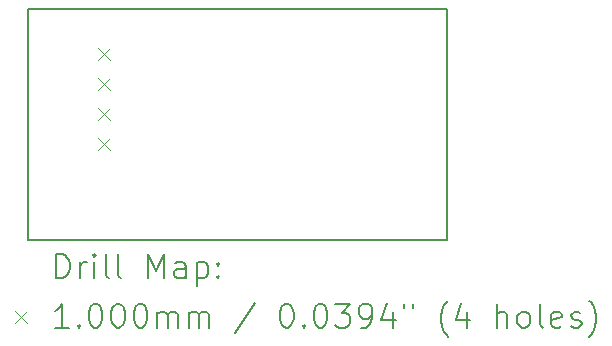
<source format=gbr>
%TF.GenerationSoftware,KiCad,Pcbnew,7.0.2*%
%TF.CreationDate,2023-09-14T18:59:28-07:00*%
%TF.ProjectId,RGB,5247422e-6b69-4636-9164-5f7063625858,rev?*%
%TF.SameCoordinates,Original*%
%TF.FileFunction,Drillmap*%
%TF.FilePolarity,Positive*%
%FSLAX45Y45*%
G04 Gerber Fmt 4.5, Leading zero omitted, Abs format (unit mm)*
G04 Created by KiCad (PCBNEW 7.0.2) date 2023-09-14 18:59:28*
%MOMM*%
%LPD*%
G01*
G04 APERTURE LIST*
%ADD10C,0.200000*%
%ADD11C,0.100000*%
G04 APERTURE END LIST*
D10*
X9575800Y-8267700D02*
X13119100Y-8267700D01*
X13119100Y-10223500D01*
X9575800Y-10223500D01*
X9575800Y-8267700D01*
D11*
X10167084Y-8596695D02*
X10267084Y-8696695D01*
X10267084Y-8596695D02*
X10167084Y-8696695D01*
X10167084Y-8850695D02*
X10267084Y-8950695D01*
X10267084Y-8850695D02*
X10167084Y-8950695D01*
X10167084Y-9104695D02*
X10267084Y-9204695D01*
X10267084Y-9104695D02*
X10167084Y-9204695D01*
X10167084Y-9358695D02*
X10267084Y-9458695D01*
X10267084Y-9358695D02*
X10167084Y-9458695D01*
D10*
X9813419Y-10546024D02*
X9813419Y-10346024D01*
X9813419Y-10346024D02*
X9861038Y-10346024D01*
X9861038Y-10346024D02*
X9889610Y-10355548D01*
X9889610Y-10355548D02*
X9908657Y-10374595D01*
X9908657Y-10374595D02*
X9918181Y-10393643D01*
X9918181Y-10393643D02*
X9927705Y-10431738D01*
X9927705Y-10431738D02*
X9927705Y-10460310D01*
X9927705Y-10460310D02*
X9918181Y-10498405D01*
X9918181Y-10498405D02*
X9908657Y-10517452D01*
X9908657Y-10517452D02*
X9889610Y-10536500D01*
X9889610Y-10536500D02*
X9861038Y-10546024D01*
X9861038Y-10546024D02*
X9813419Y-10546024D01*
X10013419Y-10546024D02*
X10013419Y-10412690D01*
X10013419Y-10450786D02*
X10022943Y-10431738D01*
X10022943Y-10431738D02*
X10032467Y-10422214D01*
X10032467Y-10422214D02*
X10051514Y-10412690D01*
X10051514Y-10412690D02*
X10070562Y-10412690D01*
X10137229Y-10546024D02*
X10137229Y-10412690D01*
X10137229Y-10346024D02*
X10127705Y-10355548D01*
X10127705Y-10355548D02*
X10137229Y-10365071D01*
X10137229Y-10365071D02*
X10146752Y-10355548D01*
X10146752Y-10355548D02*
X10137229Y-10346024D01*
X10137229Y-10346024D02*
X10137229Y-10365071D01*
X10261038Y-10546024D02*
X10241990Y-10536500D01*
X10241990Y-10536500D02*
X10232467Y-10517452D01*
X10232467Y-10517452D02*
X10232467Y-10346024D01*
X10365800Y-10546024D02*
X10346752Y-10536500D01*
X10346752Y-10536500D02*
X10337229Y-10517452D01*
X10337229Y-10517452D02*
X10337229Y-10346024D01*
X10594371Y-10546024D02*
X10594371Y-10346024D01*
X10594371Y-10346024D02*
X10661038Y-10488881D01*
X10661038Y-10488881D02*
X10727705Y-10346024D01*
X10727705Y-10346024D02*
X10727705Y-10546024D01*
X10908657Y-10546024D02*
X10908657Y-10441262D01*
X10908657Y-10441262D02*
X10899133Y-10422214D01*
X10899133Y-10422214D02*
X10880086Y-10412690D01*
X10880086Y-10412690D02*
X10841990Y-10412690D01*
X10841990Y-10412690D02*
X10822943Y-10422214D01*
X10908657Y-10536500D02*
X10889610Y-10546024D01*
X10889610Y-10546024D02*
X10841990Y-10546024D01*
X10841990Y-10546024D02*
X10822943Y-10536500D01*
X10822943Y-10536500D02*
X10813419Y-10517452D01*
X10813419Y-10517452D02*
X10813419Y-10498405D01*
X10813419Y-10498405D02*
X10822943Y-10479357D01*
X10822943Y-10479357D02*
X10841990Y-10469833D01*
X10841990Y-10469833D02*
X10889610Y-10469833D01*
X10889610Y-10469833D02*
X10908657Y-10460310D01*
X11003895Y-10412690D02*
X11003895Y-10612690D01*
X11003895Y-10422214D02*
X11022943Y-10412690D01*
X11022943Y-10412690D02*
X11061038Y-10412690D01*
X11061038Y-10412690D02*
X11080086Y-10422214D01*
X11080086Y-10422214D02*
X11089610Y-10431738D01*
X11089610Y-10431738D02*
X11099133Y-10450786D01*
X11099133Y-10450786D02*
X11099133Y-10507929D01*
X11099133Y-10507929D02*
X11089610Y-10526976D01*
X11089610Y-10526976D02*
X11080086Y-10536500D01*
X11080086Y-10536500D02*
X11061038Y-10546024D01*
X11061038Y-10546024D02*
X11022943Y-10546024D01*
X11022943Y-10546024D02*
X11003895Y-10536500D01*
X11184848Y-10526976D02*
X11194371Y-10536500D01*
X11194371Y-10536500D02*
X11184848Y-10546024D01*
X11184848Y-10546024D02*
X11175324Y-10536500D01*
X11175324Y-10536500D02*
X11184848Y-10526976D01*
X11184848Y-10526976D02*
X11184848Y-10546024D01*
X11184848Y-10422214D02*
X11194371Y-10431738D01*
X11194371Y-10431738D02*
X11184848Y-10441262D01*
X11184848Y-10441262D02*
X11175324Y-10431738D01*
X11175324Y-10431738D02*
X11184848Y-10422214D01*
X11184848Y-10422214D02*
X11184848Y-10441262D01*
D11*
X9465800Y-10823500D02*
X9565800Y-10923500D01*
X9565800Y-10823500D02*
X9465800Y-10923500D01*
D10*
X9918181Y-10966024D02*
X9803895Y-10966024D01*
X9861038Y-10966024D02*
X9861038Y-10766024D01*
X9861038Y-10766024D02*
X9841990Y-10794595D01*
X9841990Y-10794595D02*
X9822943Y-10813643D01*
X9822943Y-10813643D02*
X9803895Y-10823167D01*
X10003895Y-10946976D02*
X10013419Y-10956500D01*
X10013419Y-10956500D02*
X10003895Y-10966024D01*
X10003895Y-10966024D02*
X9994371Y-10956500D01*
X9994371Y-10956500D02*
X10003895Y-10946976D01*
X10003895Y-10946976D02*
X10003895Y-10966024D01*
X10137229Y-10766024D02*
X10156276Y-10766024D01*
X10156276Y-10766024D02*
X10175324Y-10775548D01*
X10175324Y-10775548D02*
X10184848Y-10785071D01*
X10184848Y-10785071D02*
X10194371Y-10804119D01*
X10194371Y-10804119D02*
X10203895Y-10842214D01*
X10203895Y-10842214D02*
X10203895Y-10889833D01*
X10203895Y-10889833D02*
X10194371Y-10927929D01*
X10194371Y-10927929D02*
X10184848Y-10946976D01*
X10184848Y-10946976D02*
X10175324Y-10956500D01*
X10175324Y-10956500D02*
X10156276Y-10966024D01*
X10156276Y-10966024D02*
X10137229Y-10966024D01*
X10137229Y-10966024D02*
X10118181Y-10956500D01*
X10118181Y-10956500D02*
X10108657Y-10946976D01*
X10108657Y-10946976D02*
X10099133Y-10927929D01*
X10099133Y-10927929D02*
X10089610Y-10889833D01*
X10089610Y-10889833D02*
X10089610Y-10842214D01*
X10089610Y-10842214D02*
X10099133Y-10804119D01*
X10099133Y-10804119D02*
X10108657Y-10785071D01*
X10108657Y-10785071D02*
X10118181Y-10775548D01*
X10118181Y-10775548D02*
X10137229Y-10766024D01*
X10327705Y-10766024D02*
X10346752Y-10766024D01*
X10346752Y-10766024D02*
X10365800Y-10775548D01*
X10365800Y-10775548D02*
X10375324Y-10785071D01*
X10375324Y-10785071D02*
X10384848Y-10804119D01*
X10384848Y-10804119D02*
X10394371Y-10842214D01*
X10394371Y-10842214D02*
X10394371Y-10889833D01*
X10394371Y-10889833D02*
X10384848Y-10927929D01*
X10384848Y-10927929D02*
X10375324Y-10946976D01*
X10375324Y-10946976D02*
X10365800Y-10956500D01*
X10365800Y-10956500D02*
X10346752Y-10966024D01*
X10346752Y-10966024D02*
X10327705Y-10966024D01*
X10327705Y-10966024D02*
X10308657Y-10956500D01*
X10308657Y-10956500D02*
X10299133Y-10946976D01*
X10299133Y-10946976D02*
X10289610Y-10927929D01*
X10289610Y-10927929D02*
X10280086Y-10889833D01*
X10280086Y-10889833D02*
X10280086Y-10842214D01*
X10280086Y-10842214D02*
X10289610Y-10804119D01*
X10289610Y-10804119D02*
X10299133Y-10785071D01*
X10299133Y-10785071D02*
X10308657Y-10775548D01*
X10308657Y-10775548D02*
X10327705Y-10766024D01*
X10518181Y-10766024D02*
X10537229Y-10766024D01*
X10537229Y-10766024D02*
X10556276Y-10775548D01*
X10556276Y-10775548D02*
X10565800Y-10785071D01*
X10565800Y-10785071D02*
X10575324Y-10804119D01*
X10575324Y-10804119D02*
X10584848Y-10842214D01*
X10584848Y-10842214D02*
X10584848Y-10889833D01*
X10584848Y-10889833D02*
X10575324Y-10927929D01*
X10575324Y-10927929D02*
X10565800Y-10946976D01*
X10565800Y-10946976D02*
X10556276Y-10956500D01*
X10556276Y-10956500D02*
X10537229Y-10966024D01*
X10537229Y-10966024D02*
X10518181Y-10966024D01*
X10518181Y-10966024D02*
X10499133Y-10956500D01*
X10499133Y-10956500D02*
X10489610Y-10946976D01*
X10489610Y-10946976D02*
X10480086Y-10927929D01*
X10480086Y-10927929D02*
X10470562Y-10889833D01*
X10470562Y-10889833D02*
X10470562Y-10842214D01*
X10470562Y-10842214D02*
X10480086Y-10804119D01*
X10480086Y-10804119D02*
X10489610Y-10785071D01*
X10489610Y-10785071D02*
X10499133Y-10775548D01*
X10499133Y-10775548D02*
X10518181Y-10766024D01*
X10670562Y-10966024D02*
X10670562Y-10832690D01*
X10670562Y-10851738D02*
X10680086Y-10842214D01*
X10680086Y-10842214D02*
X10699133Y-10832690D01*
X10699133Y-10832690D02*
X10727705Y-10832690D01*
X10727705Y-10832690D02*
X10746752Y-10842214D01*
X10746752Y-10842214D02*
X10756276Y-10861262D01*
X10756276Y-10861262D02*
X10756276Y-10966024D01*
X10756276Y-10861262D02*
X10765800Y-10842214D01*
X10765800Y-10842214D02*
X10784848Y-10832690D01*
X10784848Y-10832690D02*
X10813419Y-10832690D01*
X10813419Y-10832690D02*
X10832467Y-10842214D01*
X10832467Y-10842214D02*
X10841991Y-10861262D01*
X10841991Y-10861262D02*
X10841991Y-10966024D01*
X10937229Y-10966024D02*
X10937229Y-10832690D01*
X10937229Y-10851738D02*
X10946752Y-10842214D01*
X10946752Y-10842214D02*
X10965800Y-10832690D01*
X10965800Y-10832690D02*
X10994372Y-10832690D01*
X10994372Y-10832690D02*
X11013419Y-10842214D01*
X11013419Y-10842214D02*
X11022943Y-10861262D01*
X11022943Y-10861262D02*
X11022943Y-10966024D01*
X11022943Y-10861262D02*
X11032467Y-10842214D01*
X11032467Y-10842214D02*
X11051514Y-10832690D01*
X11051514Y-10832690D02*
X11080086Y-10832690D01*
X11080086Y-10832690D02*
X11099133Y-10842214D01*
X11099133Y-10842214D02*
X11108657Y-10861262D01*
X11108657Y-10861262D02*
X11108657Y-10966024D01*
X11499133Y-10756500D02*
X11327705Y-11013643D01*
X11756276Y-10766024D02*
X11775324Y-10766024D01*
X11775324Y-10766024D02*
X11794372Y-10775548D01*
X11794372Y-10775548D02*
X11803895Y-10785071D01*
X11803895Y-10785071D02*
X11813419Y-10804119D01*
X11813419Y-10804119D02*
X11822943Y-10842214D01*
X11822943Y-10842214D02*
X11822943Y-10889833D01*
X11822943Y-10889833D02*
X11813419Y-10927929D01*
X11813419Y-10927929D02*
X11803895Y-10946976D01*
X11803895Y-10946976D02*
X11794372Y-10956500D01*
X11794372Y-10956500D02*
X11775324Y-10966024D01*
X11775324Y-10966024D02*
X11756276Y-10966024D01*
X11756276Y-10966024D02*
X11737229Y-10956500D01*
X11737229Y-10956500D02*
X11727705Y-10946976D01*
X11727705Y-10946976D02*
X11718181Y-10927929D01*
X11718181Y-10927929D02*
X11708657Y-10889833D01*
X11708657Y-10889833D02*
X11708657Y-10842214D01*
X11708657Y-10842214D02*
X11718181Y-10804119D01*
X11718181Y-10804119D02*
X11727705Y-10785071D01*
X11727705Y-10785071D02*
X11737229Y-10775548D01*
X11737229Y-10775548D02*
X11756276Y-10766024D01*
X11908657Y-10946976D02*
X11918181Y-10956500D01*
X11918181Y-10956500D02*
X11908657Y-10966024D01*
X11908657Y-10966024D02*
X11899133Y-10956500D01*
X11899133Y-10956500D02*
X11908657Y-10946976D01*
X11908657Y-10946976D02*
X11908657Y-10966024D01*
X12041991Y-10766024D02*
X12061038Y-10766024D01*
X12061038Y-10766024D02*
X12080086Y-10775548D01*
X12080086Y-10775548D02*
X12089610Y-10785071D01*
X12089610Y-10785071D02*
X12099133Y-10804119D01*
X12099133Y-10804119D02*
X12108657Y-10842214D01*
X12108657Y-10842214D02*
X12108657Y-10889833D01*
X12108657Y-10889833D02*
X12099133Y-10927929D01*
X12099133Y-10927929D02*
X12089610Y-10946976D01*
X12089610Y-10946976D02*
X12080086Y-10956500D01*
X12080086Y-10956500D02*
X12061038Y-10966024D01*
X12061038Y-10966024D02*
X12041991Y-10966024D01*
X12041991Y-10966024D02*
X12022943Y-10956500D01*
X12022943Y-10956500D02*
X12013419Y-10946976D01*
X12013419Y-10946976D02*
X12003895Y-10927929D01*
X12003895Y-10927929D02*
X11994372Y-10889833D01*
X11994372Y-10889833D02*
X11994372Y-10842214D01*
X11994372Y-10842214D02*
X12003895Y-10804119D01*
X12003895Y-10804119D02*
X12013419Y-10785071D01*
X12013419Y-10785071D02*
X12022943Y-10775548D01*
X12022943Y-10775548D02*
X12041991Y-10766024D01*
X12175324Y-10766024D02*
X12299133Y-10766024D01*
X12299133Y-10766024D02*
X12232467Y-10842214D01*
X12232467Y-10842214D02*
X12261038Y-10842214D01*
X12261038Y-10842214D02*
X12280086Y-10851738D01*
X12280086Y-10851738D02*
X12289610Y-10861262D01*
X12289610Y-10861262D02*
X12299133Y-10880310D01*
X12299133Y-10880310D02*
X12299133Y-10927929D01*
X12299133Y-10927929D02*
X12289610Y-10946976D01*
X12289610Y-10946976D02*
X12280086Y-10956500D01*
X12280086Y-10956500D02*
X12261038Y-10966024D01*
X12261038Y-10966024D02*
X12203895Y-10966024D01*
X12203895Y-10966024D02*
X12184848Y-10956500D01*
X12184848Y-10956500D02*
X12175324Y-10946976D01*
X12394372Y-10966024D02*
X12432467Y-10966024D01*
X12432467Y-10966024D02*
X12451514Y-10956500D01*
X12451514Y-10956500D02*
X12461038Y-10946976D01*
X12461038Y-10946976D02*
X12480086Y-10918405D01*
X12480086Y-10918405D02*
X12489610Y-10880310D01*
X12489610Y-10880310D02*
X12489610Y-10804119D01*
X12489610Y-10804119D02*
X12480086Y-10785071D01*
X12480086Y-10785071D02*
X12470562Y-10775548D01*
X12470562Y-10775548D02*
X12451514Y-10766024D01*
X12451514Y-10766024D02*
X12413419Y-10766024D01*
X12413419Y-10766024D02*
X12394372Y-10775548D01*
X12394372Y-10775548D02*
X12384848Y-10785071D01*
X12384848Y-10785071D02*
X12375324Y-10804119D01*
X12375324Y-10804119D02*
X12375324Y-10851738D01*
X12375324Y-10851738D02*
X12384848Y-10870786D01*
X12384848Y-10870786D02*
X12394372Y-10880310D01*
X12394372Y-10880310D02*
X12413419Y-10889833D01*
X12413419Y-10889833D02*
X12451514Y-10889833D01*
X12451514Y-10889833D02*
X12470562Y-10880310D01*
X12470562Y-10880310D02*
X12480086Y-10870786D01*
X12480086Y-10870786D02*
X12489610Y-10851738D01*
X12661038Y-10832690D02*
X12661038Y-10966024D01*
X12613419Y-10756500D02*
X12565800Y-10899357D01*
X12565800Y-10899357D02*
X12689610Y-10899357D01*
X12756276Y-10766024D02*
X12756276Y-10804119D01*
X12832467Y-10766024D02*
X12832467Y-10804119D01*
X13127705Y-11042214D02*
X13118181Y-11032690D01*
X13118181Y-11032690D02*
X13099134Y-11004119D01*
X13099134Y-11004119D02*
X13089610Y-10985071D01*
X13089610Y-10985071D02*
X13080086Y-10956500D01*
X13080086Y-10956500D02*
X13070562Y-10908881D01*
X13070562Y-10908881D02*
X13070562Y-10870786D01*
X13070562Y-10870786D02*
X13080086Y-10823167D01*
X13080086Y-10823167D02*
X13089610Y-10794595D01*
X13089610Y-10794595D02*
X13099134Y-10775548D01*
X13099134Y-10775548D02*
X13118181Y-10746976D01*
X13118181Y-10746976D02*
X13127705Y-10737452D01*
X13289610Y-10832690D02*
X13289610Y-10966024D01*
X13241991Y-10756500D02*
X13194372Y-10899357D01*
X13194372Y-10899357D02*
X13318181Y-10899357D01*
X13546753Y-10966024D02*
X13546753Y-10766024D01*
X13632467Y-10966024D02*
X13632467Y-10861262D01*
X13632467Y-10861262D02*
X13622943Y-10842214D01*
X13622943Y-10842214D02*
X13603896Y-10832690D01*
X13603896Y-10832690D02*
X13575324Y-10832690D01*
X13575324Y-10832690D02*
X13556276Y-10842214D01*
X13556276Y-10842214D02*
X13546753Y-10851738D01*
X13756276Y-10966024D02*
X13737229Y-10956500D01*
X13737229Y-10956500D02*
X13727705Y-10946976D01*
X13727705Y-10946976D02*
X13718181Y-10927929D01*
X13718181Y-10927929D02*
X13718181Y-10870786D01*
X13718181Y-10870786D02*
X13727705Y-10851738D01*
X13727705Y-10851738D02*
X13737229Y-10842214D01*
X13737229Y-10842214D02*
X13756276Y-10832690D01*
X13756276Y-10832690D02*
X13784848Y-10832690D01*
X13784848Y-10832690D02*
X13803896Y-10842214D01*
X13803896Y-10842214D02*
X13813419Y-10851738D01*
X13813419Y-10851738D02*
X13822943Y-10870786D01*
X13822943Y-10870786D02*
X13822943Y-10927929D01*
X13822943Y-10927929D02*
X13813419Y-10946976D01*
X13813419Y-10946976D02*
X13803896Y-10956500D01*
X13803896Y-10956500D02*
X13784848Y-10966024D01*
X13784848Y-10966024D02*
X13756276Y-10966024D01*
X13937229Y-10966024D02*
X13918181Y-10956500D01*
X13918181Y-10956500D02*
X13908657Y-10937452D01*
X13908657Y-10937452D02*
X13908657Y-10766024D01*
X14089610Y-10956500D02*
X14070562Y-10966024D01*
X14070562Y-10966024D02*
X14032467Y-10966024D01*
X14032467Y-10966024D02*
X14013419Y-10956500D01*
X14013419Y-10956500D02*
X14003896Y-10937452D01*
X14003896Y-10937452D02*
X14003896Y-10861262D01*
X14003896Y-10861262D02*
X14013419Y-10842214D01*
X14013419Y-10842214D02*
X14032467Y-10832690D01*
X14032467Y-10832690D02*
X14070562Y-10832690D01*
X14070562Y-10832690D02*
X14089610Y-10842214D01*
X14089610Y-10842214D02*
X14099134Y-10861262D01*
X14099134Y-10861262D02*
X14099134Y-10880310D01*
X14099134Y-10880310D02*
X14003896Y-10899357D01*
X14175324Y-10956500D02*
X14194372Y-10966024D01*
X14194372Y-10966024D02*
X14232467Y-10966024D01*
X14232467Y-10966024D02*
X14251515Y-10956500D01*
X14251515Y-10956500D02*
X14261038Y-10937452D01*
X14261038Y-10937452D02*
X14261038Y-10927929D01*
X14261038Y-10927929D02*
X14251515Y-10908881D01*
X14251515Y-10908881D02*
X14232467Y-10899357D01*
X14232467Y-10899357D02*
X14203896Y-10899357D01*
X14203896Y-10899357D02*
X14184848Y-10889833D01*
X14184848Y-10889833D02*
X14175324Y-10870786D01*
X14175324Y-10870786D02*
X14175324Y-10861262D01*
X14175324Y-10861262D02*
X14184848Y-10842214D01*
X14184848Y-10842214D02*
X14203896Y-10832690D01*
X14203896Y-10832690D02*
X14232467Y-10832690D01*
X14232467Y-10832690D02*
X14251515Y-10842214D01*
X14327705Y-11042214D02*
X14337229Y-11032690D01*
X14337229Y-11032690D02*
X14356277Y-11004119D01*
X14356277Y-11004119D02*
X14365800Y-10985071D01*
X14365800Y-10985071D02*
X14375324Y-10956500D01*
X14375324Y-10956500D02*
X14384848Y-10908881D01*
X14384848Y-10908881D02*
X14384848Y-10870786D01*
X14384848Y-10870786D02*
X14375324Y-10823167D01*
X14375324Y-10823167D02*
X14365800Y-10794595D01*
X14365800Y-10794595D02*
X14356277Y-10775548D01*
X14356277Y-10775548D02*
X14337229Y-10746976D01*
X14337229Y-10746976D02*
X14327705Y-10737452D01*
M02*

</source>
